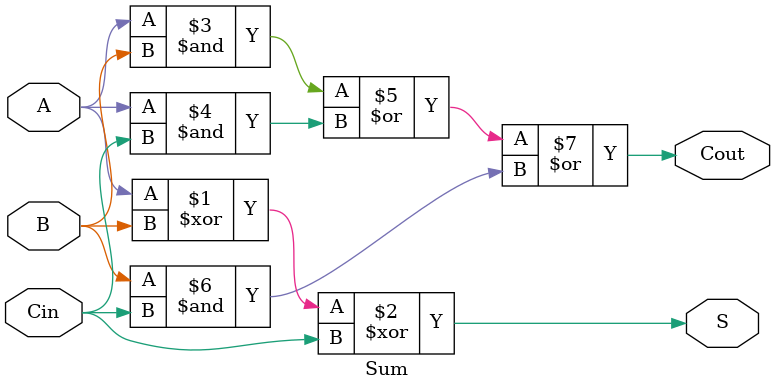
<source format=v>
`timescale 1ns / 1ps

module Sum(
    input wire A, B, Cin,
    output wire S, Cout
);

    assign S = (A ^ B) ^ Cin;
    assign Cout = (A & B) | (A & Cin) | (B & Cin); 
 

endmodule

</source>
